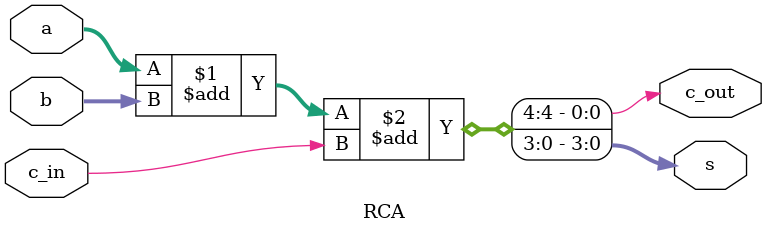
<source format=v>
module RCA
  (input [3:0]a,b,
   input c_in,
   output [3:0]s,
   output c_out);

  assign {c_out,s} = a+b+c_in;

endmodule
  

</source>
